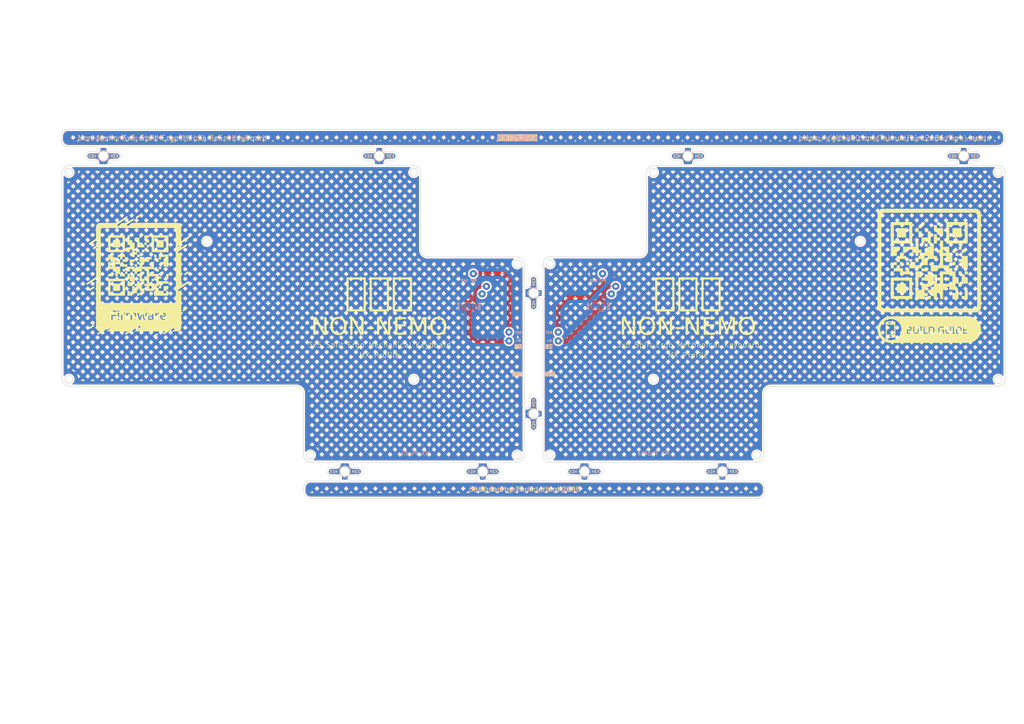
<source format=kicad_pcb>
(kicad_pcb (version 20240108) (generator "pcbnew") (generator_version "8.0")
  (title_block (title "Non Nemo MX Profile Bottom") (date "2025-04-06") (rev "0.2.0") (company "Allen Choi"))
  (layers (0 "F.Cu" signal) (31 "B.Cu" signal) (34 "B.Paste" user) (35 "F.Paste" user) (36 "B.SilkS" user "B.Silkscreen") (37 "F.SilkS" user "F.Silkscreen") (38 "B.Mask" user) (39 "F.Mask" user) (44 "Edge.Cuts" user))
  (net 0 "")
  (net 1 "GND")
  (net 2 "BAT_c")
  (net 3 "BAT_x")
  (net 4 "BAT_xr")
  (net 5 "BAT_cr")
  (net 6 "RST")
  (net 7 "RST_r")
  (net 8 "BAT")
  (net 9 "BAT_r")
  (footprint "TB2086_MISC:Pogopin_1x02_P2.54mm" (layer "F.Cu") (at 147.6 97.6 90)
    (property "Reference" "J5" (hide yes))
    (property "Value" "Conn_01x02")
    (pad "1" thru_hole circle (at -1.27 0 90) (size 2.1 2.1) (drill 0.9) (layers "*.Cu" "*.Mask") (net 8 "BAT"))
    (pad "2" thru_hole circle (at 1.27 0 90) (size 2.1 2.1) (drill 0.9) (layers "*.Cu" "*.Mask") (net 6 "RST"))
  )
  (footprint "mousebites_5p5mm_easysnap" (layer "F.Cu") (at 209.5 139.5 -90)
    (property "Reference" "X3" (hide yes))
    (property "Value" "5.5mm" (hide yes))
    (fp_line (start -1.5 3.9) (end -1.5 2.03) (stroke (width 0.1)) (layer "Edge.Cuts"))
    (fp_line (start -4 2.4) (end -4 3.9) (stroke (width 0.1)) (layer "Edge.Cuts"))
    (fp_line (start -1.5 -2.03) (end -1.5 -3.9) (stroke (width 0.1)) (layer "Edge.Cuts"))
    (fp_line (start -4 -3.9) (end -4 -2.4) (stroke (width 0.1)) (layer "Edge.Cuts"))
    (fp_arc (start -1.5 3.9) (mid -2.75 5.15) (end -4 3.9) (stroke (width 0.1)) (layer "Edge.Cuts"))
    (fp_arc (start -5.5 2.4) (mid -4.75 1.65) (end -4 2.4) (stroke (width 0.1)) (layer "Edge.Cuts"))
    (fp_arc (start -1.5 2.03) (mid -0.75 1.28) (end 0 2.03) (stroke (width 0.1)) (layer "Edge.Cuts"))
    (fp_arc (start 0 -2.03) (mid -0.75 -1.28) (end -1.5 -2.03) (stroke (width 0.1)) (layer "Edge.Cuts"))
    (fp_arc (start -4 -2.4) (mid -4.75 -1.65) (end -5.5 -2.4) (stroke (width 0.1)) (layer "Edge.Cuts"))
    (fp_arc (start -4 -3.9) (mid -2.75 -5.15) (end -1.5 -3.9) (stroke (width 0.1)) (layer "Edge.Cuts"))
    (fp_text user "HEX" (at -2.75 -3.2 180) (layer "B.SilkS") (effects (font (size 0.8 0.8)) (justify mirror)))
    (fp_text user "HEX" (at -2.75 3.2 0) (layer "B.SilkS") (effects (font (size 0.8 0.8)) (justify mirror)))
    (fp_text user "HEX" (at -2.75 3.2 180) (layer "F.SilkS") (effects (font (size 0.8 0.8))))
    (fp_text user "HEX" (at -2.75 -3.2 0) (layer "F.SilkS") (effects (font (size 0.8 0.8))))
    (pad "" np_thru_hole circle (at -5.55 -1.48 90) (size 0.5 0.5) (drill 0.5) (layers "F&B.Cu" "*.Mask"))
    (pad "" np_thru_hole circle (at -5.55 -0.74 90) (size 0.5 0.5) (drill 0.5) (layers "F&B.Cu" "*.Mask"))
    (pad "" np_thru_hole circle (at -5.55 0 90) (size 0.5 0.5) (drill 0.5) (layers "F&B.Cu" "*.Mask"))
    (pad "" np_thru_hole circle (at -5.55 0.74 90) (size 0.5 0.5) (drill 0.5) (layers "F&B.Cu" "*.Mask"))
    (pad "" np_thru_hole circle (at -5.55 1.48 90) (size 0.5 0.5) (drill 0.5) (layers "F&B.Cu" "*.Mask"))
    (pad "" np_thru_hole circle (at -2.75 0 90) (size 2.4 2.4) (drill 2.4) (layers "F&B.Cu" "*.Mask"))
    (pad "" np_thru_hole circle (at 0.05 -1.11 270) (size 0.5 0.5) (drill 0.5) (layers "F&B.Cu" "*.Mask"))
    (pad "" np_thru_hole circle (at 0.05 -0.37 270) (size 0.5 0.5) (drill 0.5) (layers "F&B.Cu" "*.Mask"))
    (pad "" np_thru_hole circle (at 0.05 0.37 270) (size 0.5 0.5) (drill 0.5) (layers "F&B.Cu" "*.Mask"))
    (pad "" np_thru_hole circle (at 0.05 1.11 270) (size 0.5 0.5) (drill 0.5) (layers "F&B.Cu" "*.Mask"))
  )
  (footprint "mousebites_5p5mm_easysnap" (layer "F.Cu") (at 169.5 139.5 -90)
    (property "Reference" "X4" (hide yes))
    (property "Value" "5.5mm" (hide yes))
    (fp_line (start -1.5 3.9) (end -1.5 2.03) (stroke (width 0.1)) (layer "Edge.Cuts"))
    (fp_line (start -4 2.4) (end -4 3.9) (stroke (width 0.1)) (layer "Edge.Cuts"))
    (fp_line (start -1.5 -2.03) (end -1.5 -3.9) (stroke (width 0.1)) (layer "Edge.Cuts"))
    (fp_line (start -4 -3.9) (end -4 -2.4) (stroke (width 0.1)) (layer "Edge.Cuts"))
    (fp_arc (start -1.5 3.9) (mid -2.75 5.15) (end -4 3.9) (stroke (width 0.1)) (layer "Edge.Cuts"))
    (fp_arc (start -5.5 2.4) (mid -4.75 1.65) (end -4 2.4) (stroke (width 0.1)) (layer "Edge.Cuts"))
    (fp_arc (start -1.5 2.03) (mid -0.75 1.28) (end 0 2.03) (stroke (width 0.1)) (layer "Edge.Cuts"))
    (fp_arc (start 0 -2.03) (mid -0.75 -1.28) (end -1.5 -2.03) (stroke (width 0.1)) (layer "Edge.Cuts"))
    (fp_arc (start -4 -2.4) (mid -4.75 -1.65) (end -5.5 -2.4) (stroke (width 0.1)) (layer "Edge.Cuts"))
    (fp_arc (start -4 -3.9) (mid -2.75 -5.15) (end -1.5 -3.9) (stroke (width 0.1)) (layer "Edge.Cuts"))
    (fp_text user "HEX" (at -2.75 -3.2 180) (layer "B.SilkS") (effects (font (size 0.8 0.8)) (justify mirror)))
    (fp_text user "HEX" (at -2.75 3.2 0) (layer "B.SilkS") (effects (font (size 0.8 0.8)) (justify mirror)))
    (fp_text user "HEX" (at -2.75 -3.2 0) (layer "F.SilkS") (effects (font (size 0.8 0.8))))
    (fp_text user "HEX" (at -2.75 3.2 180) (layer "F.SilkS") (effects (font (size 0.8 0.8))))
    (pad "" np_thru_hole circle (at -5.55 -1.48 90) (size 0.5 0.5) (drill 0.5) (layers "F&B.Cu" "*.Mask"))
    (pad "" np_thru_hole circle (at -5.55 -0.74 90) (size 0.5 0.5) (drill 0.5) (layers "F&B.Cu" "*.Mask"))
    (pad "" np_thru_hole circle (at -5.55 0 90) (size 0.5 0.5) (drill 0.5) (layers "F&B.Cu" "*.Mask"))
    (pad "" np_thru_hole circle (at -5.55 0.74 90) (size 0.5 0.5) (drill 0.5) (layers "F&B.Cu" "*.Mask"))
    (pad "" np_thru_hole circle (at -5.55 1.48 90) (size 0.5 0.5) (drill 0.5) (layers "F&B.Cu" "*.Mask"))
    (pad "" np_thru_hole circle (at -2.75 0 90) (size 2.4 2.4) (drill 2.4) (layers "F&B.Cu" "*.Mask"))
    (pad "" np_thru_hole circle (at 0.05 -1.11 270) (size 0.5 0.5) (drill 0.5) (layers "F&B.Cu" "*.Mask"))
    (pad "" np_thru_hole circle (at 0.05 -0.37 270) (size 0.5 0.5) (drill 0.5) (layers "F&B.Cu" "*.Mask"))
    (pad "" np_thru_hole circle (at 0.05 0.37 270) (size 0.5 0.5) (drill 0.5) (layers "F&B.Cu" "*.Mask"))
    (pad "" np_thru_hole circle (at 0.05 1.11 270) (size 0.5 0.5) (drill 0.5) (layers "F&B.Cu" "*.Mask"))
  )
  (footprint "TB2086_MISC:Pogopin_1x02_P2.54mm" (layer "F.Cu") (at 173.5 79.3775)
    (property "Reference" "J4" (hide yes))
    (property "Value" "Conn_01x02")
    (pad "1" thru_hole circle (at -1.27 0) (size 2.1 2.1) (drill 0.9) (layers "*.Cu" "*.Mask") (net 1 "GND"))
    (pad "2" thru_hole circle (at 1.27 0) (size 2.1 2.1) (drill 0.9) (layers "*.Cu" "*.Mask") (net 7 "RST_r"))
  )
  (footprint "mousebites_5p5mm_easysnap" (layer "F.Cu") (at 157.5 85)
    (property "Reference" "X10" (hide yes))
    (property "Value" "5.5mm" (hide yes))
    (fp_line (start -4 -3.9) (end -4 -2.4) (stroke (width 0.1)) (layer "Edge.Cuts"))
    (fp_line (start -4 2.4) (end -4 3.9) (stroke (width 0.1)) (layer "Edge.Cuts"))
    (fp_line (start -1.5 -2.03) (end -1.5 -3.9) (stroke (width 0.1)) (layer "Edge.Cuts"))
    (fp_line (start -1.5 3.9) (end -1.5 2.03) (stroke (width 0.1)) (layer "Edge.Cuts"))
    (fp_arc (start -5.5 2.4) (mid -4.75 1.65) (end -4 2.4) (stroke (width 0.1)) (layer "Edge.Cuts"))
    (fp_arc (start -4 -3.9) (mid -2.75 -5.15) (end -1.5 -3.9) (stroke (width 0.1)) (layer "Edge.Cuts"))
    (fp_arc (start -4 -2.4) (mid -4.75 -1.65) (end -5.5 -2.4) (stroke (width 0.1)) (layer "Edge.Cuts"))
    (fp_arc (start -1.5 2.03) (mid -0.75 1.28) (end 0 2.03) (stroke (width 0.1)) (layer "Edge.Cuts"))
    (fp_arc (start -1.5 3.9) (mid -2.75 5.15) (end -4 3.9) (stroke (width 0.1)) (layer "Edge.Cuts"))
    (fp_arc (start 0 -2.03) (mid -0.75 -1.28) (end -1.5 -2.03) (stroke (width 0.1)) (layer "Edge.Cuts"))
    (fp_text user "HEX" (at -2.75 -3.2 -90) (layer "B.SilkS") (effects (font (size 0.8 0.8)) (justify mirror)))
    (fp_text user "HEX" (at -2.75 3.2 90) (layer "B.SilkS") (effects (font (size 0.8 0.8)) (justify mirror)))
    (fp_text user "HEX" (at -2.75 3.2 -90) (layer "F.SilkS") (effects (font (size 0.8 0.8))))
    (fp_text user "HEX" (at -2.75 -3.2 90) (layer "F.SilkS") (effects (font (size 0.8 0.8))))
    (pad "" np_thru_hole circle (at -5.55 -1.48 180) (size 0.5 0.5) (drill 0.5) (layers "F&B.Cu" "*.Mask"))
    (pad "" np_thru_hole circle (at -5.55 -0.74 180) (size 0.5 0.5) (drill 0.5) (layers "F&B.Cu" "*.Mask"))
    (pad "" np_thru_hole circle (at -5.55 0 180) (size 0.5 0.5) (drill 0.5) (layers "F&B.Cu" "*.Mask"))
    (pad "" np_thru_hole circle (at -5.55 0.74 180) (size 0.5 0.5) (drill 0.5) (layers "F&B.Cu" "*.Mask"))
    (pad "" np_thru_hole circle (at -5.55 1.48 180) (size 0.5 0.5) (drill 0.5) (layers "F&B.Cu" "*.Mask"))
    (pad "" np_thru_hole circle (at -2.75 0 180) (size 2.4 2.4) (drill 2.4) (layers "F&B.Cu" "*.Mask"))
    (pad "" np_thru_hole circle (at 0.05 -1.11) (size 0.5 0.5) (drill 0.5) (layers "F&B.Cu" "*.Mask"))
    (pad "" np_thru_hole circle (at 0.05 -0.37) (size 0.5 0.5) (drill 0.5) (layers "F&B.Cu" "*.Mask"))
    (pad "" np_thru_hole circle (at 0.05 0.37) (size 0.5 0.5) (drill 0.5) (layers "F&B.Cu" "*.Mask"))
    (pad "" np_thru_hole circle (at 0.05 1.11) (size 0.5 0.5) (drill 0.5) (layers "F&B.Cu" "*.Mask"))
  )
  (footprint "mousebites_5p5mm_easysnap" (layer "F.Cu") (at 279.5 42.5 90)
    (property "Reference" "X7" (hide yes))
    (property "Value" "5.5mm" (hide yes))
    (fp_line (start -4 -3.9) (end -4 -2.4) (stroke (width 0.1)) (layer "Edge.Cuts"))
    (fp_line (start -1.5 -2.03) (end -1.5 -3.9) (stroke (width 0.1)) (layer "Edge.Cuts"))
    (fp_line (start -4 2.4) (end -4 3.9) (stroke (width 0.1)) (layer "Edge.Cuts"))
    (fp_line (start -1.5 3.9) (end -1.5 2.03) (stroke (width 0.1)) (layer "Edge.Cuts"))
    (fp_arc (start -4 -3.9) (mid -2.75 -5.15) (end -1.5 -3.9) (stroke (width 0.1)) (layer "Edge.Cuts"))
    (fp_arc (start -4 -2.4) (mid -4.75 -1.65) (end -5.5 -2.4) (stroke (width 0.1)) (layer "Edge.Cuts"))
    (fp_arc (start 0 -2.03) (mid -0.75 -1.28) (end -1.5 -2.03) (stroke (width 0.1)) (layer "Edge.Cuts"))
    (fp_arc (start -1.5 2.03) (mid -0.75 1.28) (end 0 2.03) (stroke (width 0.1)) (layer "Edge.Cuts"))
    (fp_arc (start -5.5 2.4) (mid -4.75 1.65) (end -4 2.4) (stroke (width 0.1)) (layer "Edge.Cuts"))
    (fp_arc (start -1.5 3.9) (mid -2.75 5.15) (end -4 3.9) (stroke (width 0.1)) (layer "Edge.Cuts"))
    (fp_text user "HEX" (at -2.75 -3.2 0) (layer "B.SilkS") (effects (font (size 0.8 0.8)) (justify mirror)))
    (fp_text user "HEX" (at -2.75 3.2 180) (layer "B.SilkS") (effects (font (size 0.8 0.8)) (justify mirror)))
    (fp_text user "HEX" (at -2.75 3.2 0) (layer "F.SilkS") (effects (font (size 0.8 0.8))))
    (fp_text user "HEX" (at -2.75 -3.2 180) (layer "F.SilkS") (effects (font (size 0.8 0.8))))
    (pad "" np_thru_hole circle (at -5.55 -1.48 270) (size 0.5 0.5) (drill 0.5) (layers "F&B.Cu" "*.Mask"))
    (pad "" np_thru_hole circle (at -5.55 -0.74 270) (size 0.5 0.5) (drill 0.5) (layers "F&B.Cu" "*.Mask"))
    (pad "" np_thru_hole circle (at -5.55 0 270) (size 0.5 0.5) (drill 0.5) (layers "F&B.Cu" "*.Mask"))
    (pad "" np_thru_hole circle (at -5.55 0.74 270) (size 0.5 0.5) (drill 0.5) (layers "F&B.Cu" "*.Mask"))
    (pad "" np_thru_hole circle (at -5.55 1.48 270) (size 0.5 0.5) (drill 0.5) (layers "F&B.Cu" "*.Mask"))
    (pad "" np_thru_hole circle (at -2.75 0 270) (size 2.4 2.4) (drill 2.4) (layers "F&B.Cu" "*.Mask"))
    (pad "" np_thru_hole circle (at 0.05 -1.11 90) (size 0.5 0.5) (drill 0.5) (layers "F&B.Cu" "*.Mask"))
    (pad "" np_thru_hole circle (at 0.05 -0.37 90) (size 0.5 0.5) (drill 0.5) (layers "F&B.Cu" "*.Mask"))
    (pad "" np_thru_hole circle (at 0.05 0.37 90) (size 0.5 0.5) (drill 0.5) (layers "F&B.Cu" "*.Mask"))
    (pad "" np_thru_hole circle (at 0.05 1.11 90) (size 0.5 0.5) (drill 0.5) (layers "F&B.Cu" "*.Mask"))
  )
  (footprint "LOGO" (layer "F.Cu") (at 40 80)
    (property "Reference" "G***" (hide yes))
    (property "Value" "LOGO" (hide yes))
  )
  (footprint "mousebites_5p5mm_easysnap" (layer "F.Cu") (at 199.5 42.5 90)
    (property "Reference" "X8" (hide yes))
    (property "Value" "5.5mm" (hide yes))
    (fp_line (start -4 -3.9) (end -4 -2.4) (stroke (width 0.1)) (layer "Edge.Cuts"))
    (fp_line (start -1.5 -2.03) (end -1.5 -3.9) (stroke (width 0.1)) (layer "Edge.Cuts"))
    (fp_line (start -4 2.4) (end -4 3.9) (stroke (width 0.1)) (layer "Edge.Cuts"))
    (fp_line (start -1.5 3.9) (end -1.5 2.03) (stroke (width 0.1)) (layer "Edge.Cuts"))
    (fp_arc (start -4 -3.9) (mid -2.75 -5.15) (end -1.5 -3.9) (stroke (width 0.1)) (layer "Edge.Cuts"))
    (fp_arc (start -4 -2.4) (mid -4.75 -1.65) (end -5.5 -2.4) (stroke (width 0.1)) (layer "Edge.Cuts"))
    (fp_arc (start 0 -2.03) (mid -0.75 -1.28) (end -1.5 -2.03) (stroke (width 0.1)) (layer "Edge.Cuts"))
    (fp_arc (start -1.5 2.03) (mid -0.75 1.28) (end 0 2.03) (stroke (width 0.1)) (layer "Edge.Cuts"))
    (fp_arc (start -5.5 2.4) (mid -4.75 1.65) (end -4 2.4) (stroke (width 0.1)) (layer "Edge.Cuts"))
    (fp_arc (start -1.5 3.9) (mid -2.75 5.15) (end -4 3.9) (stroke (width 0.1)) (layer "Edge.Cuts"))
    (fp_text user "HEX" (at -2.75 -3.2 0) (layer "B.SilkS") (effects (font (size 0.8 0.8)) (justify mirror)))
    (fp_text user "HEX" (at -2.75 3.2 180) (layer "B.SilkS") (effects (font (size 0.8 0.8)) (justify mirror)))
    (fp_text user "HEX" (at -2.75 3.2 0) (layer "F.SilkS") (effects (font (size 0.8 0.8))))
    (fp_text user "HEX" (at -2.75 -3.2 180) (layer "F.SilkS") (effects (font (size 0.8 0.8))))
    (pad "" np_thru_hole circle (at -5.55 -1.48 270) (size 0.5 0.5) (drill 0.5) (layers "F&B.Cu" "*.Mask"))
    (pad "" np_thru_hole circle (at -5.55 -0.74 270) (size 0.5 0.5) (drill 0.5) (layers "F&B.Cu" "*.Mask"))
    (pad "" np_thru_hole circle (at -5.55 0 270) (size 0.5 0.5) (drill 0.5) (layers "F&B.Cu" "*.Mask"))
    (pad "" np_thru_hole circle (at -5.55 0.74 270) (size 0.5 0.5) (drill 0.5) (layers "F&B.Cu" "*.Mask"))
    (pad "" np_thru_hole circle (at -5.55 1.48 270) (size 0.5 0.5) (drill 0.5) (layers "F&B.Cu" "*.Mask"))
    (pad "" np_thru_hole circle (at -2.75 0 270) (size 2.4 2.4) (drill 2.4) (layers "F&B.Cu" "*.Mask"))
    (pad "" np_thru_hole circle (at 0.05 -1.11 90) (size 0.5 0.5) (drill 0.5) (layers "F&B.Cu" "*.Mask"))
    (pad "" np_thru_hole circle (at 0.05 -0.37 90) (size 0.5 0.5) (drill 0.5) (layers "F&B.Cu" "*.Mask"))
    (pad "" np_thru_hole circle (at 0.05 0.37 90) (size 0.5 0.5) (drill 0.5) (layers "F&B.Cu" "*.Mask"))
    (pad "" np_thru_hole circle (at 0.05 1.11 90) (size 0.5 0.5) (drill 0.5) (layers "F&B.Cu" "*.Mask"))
  )
  (footprint "TB2086_MISC:Pogopin_1x02_P2.54mm" (layer "F.Cu") (at 177.945002 84.14 60)
    (property "Reference" "J2" (hide yes))
    (property "Value" "Conn_01x02")
    (pad "1" thru_hole circle (at -1.27 0 60) (size 2.1 2.1) (drill 0.9) (layers "*.Cu" "*.Mask") (net 4 "BAT_xr"))
    (pad "2" thru_hole circle (at 1.27 0 60) (size 2.1 2.1) (drill 0.9) (layers "*.Cu" "*.Mask") (net 5 "BAT_cr"))
  )
  (footprint "TB2086_MISC:SolderJumper-3_P1.3mm_Open_RoundedPad1.0x1.5mm" (layer "F.Cu") (at 136 88.8)
    (property "Reference" "JP1" (hide yes))
    (property "Value" "SolderJumper_3_Open")
    (pad "1" smd custom (at -1.3 0) (size 1 0.5) (layers "B.Cu" "B.Mask") (net 2 "BAT_c") (options (clearance outline) (anchor rect)) (primitives (gr_circle (center 0 0.25) (end -0.5 0.25) (width 0) (fill yes)) (gr_circle (center 0 -0.25) (end -0.5 -0.25) (width 0) (fill yes)) (gr_poly (pts (xy 0 0.75) (xy 0.55 0.75) (xy 0.55 -0.75) (xy 0 -0.75)) (width 0) (fill yes))))
    (pad "2" smd rect (at 0 0) (size 1 1.5) (layers "B.Cu" "B.Mask") (net 8 "BAT"))
    (pad "3" smd custom (at 1.3 0) (size 1 0.5) (layers "B.Cu" "B.Mask") (net 3 "BAT_x") (options (clearance outline) (anchor rect)) (primitives (gr_circle (center 0 0.25) (end -0.5 0.25) (width 0) (fill yes)) (gr_circle (center 0 -0.25) (end -0.5 -0.25) (width 0) (fill yes)) (gr_poly (pts (xy -0.55 0.75) (xy 0 0.75) (xy 0 -0.75) (xy -0.55 -0.75)) (width 0) (fill yes))))
  )
  (footprint "mousebites_5p5mm_easysnap" (layer "F.Cu") (at 30 42.5 90)
    (property "Reference" "X5" (hide yes))
    (property "Value" "5.5mm" (hide yes))
    (fp_line (start -4 -3.9) (end -4 -2.4) (stroke (width 0.1)) (layer "Edge.Cuts"))
    (fp_line (start -1.5 -2.03) (end -1.5 -3.9) (stroke (width 0.1)) (layer "Edge.Cuts"))
    (fp_line (start -4 2.4) (end -4 3.9) (stroke (width 0.1)) (layer "Edge.Cuts"))
    (fp_line (start -1.5 3.9) (end -1.5 2.03) (stroke (width 0.1)) (layer "Edge.Cuts"))
    (fp_arc (start -4 -3.9) (mid -2.75 -5.15) (end -1.5 -3.9) (stroke (width 0.1)) (layer "Edge.Cuts"))
    (fp_arc (start -4 -2.4) (mid -4.75 -1.65) (end -5.5 -2.4) (stroke (width 0.1)) (layer "Edge.Cuts"))
    (fp_arc (start 0 -2.03) (mid -0.75 -1.28) (end -1.5 -2.03) (stroke (width 0.1)) (layer "Edge.Cuts"))
    (fp_arc (start -1.5 2.03) (mid -0.75 1.28) (end 0 2.03) (stroke (width 0.1)) (layer "Edge.Cuts"))
    (fp_arc (start -5.5 2.4) (mid -4.75 1.65) (end -4 2.4) (stroke (width 0.1)) (layer "Edge.Cuts"))
    (fp_arc (start -1.5 3.9) (mid -2.75 5.15) (end -4 3.9) (stroke (width 0.1)) (layer "Edge.Cuts"))
    (fp_text user "HEX" (at -2.75 -3.2 0) (layer "B.SilkS") (effects (font (size 0.8 0.8)) (justify mirror)))
    (fp_text user "HEX" (at -2.75 3.2 180) (layer "B.SilkS") (effects (font (size 0.8 0.8)) (justify mirror)))
    (fp_text user "HEX" (at -2.75 -3.2 180) (layer "F.SilkS") (effects (font (size 0.8 0.8))))
    (fp_text user "HEX" (at -2.75 3.2 0) (layer "F.SilkS") (effects (font (size 0.8 0.8))))
    (pad "" np_thru_hole circle (at -5.55 -1.48 270) (size 0.5 0.5) (drill 0.5) (layers "F&B.Cu" "*.Mask"))
    (pad "" np_thru_hole circle (at -5.55 -0.74 270) (size 0.5 0.5) (drill 0.5) (layers "F&B.Cu" "*.Mask"))
    (pad "" np_thru_hole circle (at -5.55 0 270) (size 0.5 0.5) (drill 0.5) (layers "F&B.Cu" "*.Mask"))
    (pad "" np_thru_hole circle (at -5.55 0.74 270) (size 0.5 0.5) (drill 0.5) (layers "F&B.Cu" "*.Mask"))
    (pad "" np_thru_hole circle (at -5.55 1.48 270) (size 0.5 0.5) (drill 0.5) (layers "F&B.Cu" "*.Mask"))
    (pad "" np_thru_hole circle (at -2.75 0 270) (size 2.4 2.4) (drill 2.4) (layers "F&B.Cu" "*.Mask"))
    (pad "" np_thru_hole circle (at 0.05 -1.11 90) (size 0.5 0.5) (drill 0.5) (layers "F&B.Cu" "*.Mask"))
    (pad "" np_thru_hole circle (at 0.05 -0.37 90) (size 0.5 0.5) (drill 0.5) (layers "F&B.Cu" "*.Mask"))
    (pad "" np_thru_hole circle (at 0.05 0.37 90) (size 0.5 0.5) (drill 0.5) (layers "F&B.Cu" "*.Mask"))
    (pad "" np_thru_hole circle (at 0.05 1.11 90) (size 0.5 0.5) (drill 0.5) (layers "F&B.Cu" "*.Mask"))
  )
  (footprint "LOGO" (layer "F.Cu") (at 269.5 80)
    (property "Reference" "G***" (hide yes))
    (property "Value" "LOGO" (hide yes))
  )
  (footprint "mousebites_5p5mm_easysnap" (layer "F.Cu") (at 100 139.5 -90)
    (property "Reference" "X1" (hide yes))
    (property "Value" "5.5mm" (hide yes))
    (fp_line (start -1.5 3.9) (end -1.5 2.03) (stroke (width 0.1)) (layer "Edge.Cuts"))
    (fp_line (start -4 2.4) (end -4 3.9) (stroke (width 0.1)) (layer "Edge.Cuts"))
    (fp_line (start -1.5 -2.03) (end -1.5 -3.9) (stroke (width 0.1)) (layer "Edge.Cuts"))
    (fp_line (start -4 -3.9) (end -4 -2.4) (stroke (width 0.1)) (layer "Edge.Cuts"))
    (fp_arc (start -1.5 3.9) (mid -2.75 5.15) (end -4 3.9) (stroke (width 0.1)) (layer "Edge.Cuts"))
    (fp_arc (start -5.5 2.4) (mid -4.75 1.65) (end -4 2.4) (stroke (width 0.1)) (layer "Edge.Cuts"))
    (fp_arc (start -1.5 2.03) (mid -0.75 1.28) (end 0 2.03) (stroke (width 0.1)) (layer "Edge.Cuts"))
    (fp_arc (start 0 -2.03) (mid -0.75 -1.28) (end -1.5 -2.03) (stroke (width 0.1)) (layer "Edge.Cuts"))
    (fp_arc (start -4 -2.4) (mid -4.75 -1.65) (end -5.5 -2.4) (stroke (width 0.1)) (layer "Edge.Cuts"))
    (fp_arc (start -4 -3.9) (mid -2.75 -5.15) (end -1.5 -3.9) (stroke (width 0.1)) (layer "Edge.Cuts"))
    (fp_text user "HEX" (at -2.75 -3.2 180) (layer "B.SilkS") (effects (font (size 0.8 0.8)) (justify mirror)))
    (fp_text user "HEX" (at -2.75 3.2 0) (layer "B.SilkS") (effects (font (size 0.8 0.8)) (justify mirror)))
    (fp_text user "HEX" (at -2.75 -3.2 0) (layer "F.SilkS") (effects (font (size 0.8 0.8))))
    (fp_text user "HEX" (at -2.75 3.2 180) (layer "F.SilkS") (effects (font (size 0.8 0.8))))
    (pad "" np_thru_hole circle (at -5.55 -1.48 90) (size 0.5 0.5) (drill 0.5) (layers "F&B.Cu" "*.Mask"))
    (pad "" np_thru_hole circle (at -5.55 -0.74 90) (size 0.5 0.5) (drill 0.5) (layers "F&B.Cu" "*.Mask"))
    (pad "" np_thru_hole circle (at -5.55 0 90) (size 0.5 0.5) (drill 0.5) (layers "F&B.Cu" "*.Mask"))
    (pad "" np_thru_hole circle (at -5.55 0.74 90) (size 0.5 0.5) (drill 0.5) (layers "F&B.Cu" "*.Mask"))
    (pad "" np_thru_hole circle (at -5.55 1.48 90) (size 0.5 0.5) (drill 0.5) (layers "F&B.Cu" "*.Mask"))
    (pad "" np_thru_hole circle (at -2.75 0 90) (size 2.4 2.4) (drill 2.4) (layers "F&B.Cu" "*.Mask"))
    (pad "" np_thru_hole circle (at 0.05 -1.11 270) (size 0.5 0.5) (drill 0.5) (layers "F&B.Cu" "*.Mask"))
    (pad "" np_thru_hole circle (at 0.05 -0.37 270) (size 0.5 0.5) (drill 0.5) (layers "F&B.Cu" "*.Mask"))
    (pad "" np_thru_hole circle (at 0.05 0.37 270) (size 0.5 0.5) (drill 0.5) (layers "F&B.Cu" "*.Mask"))
    (pad "" np_thru_hole circle (at 0.05 1.11 270) (size 0.5 0.5) (drill 0.5) (layers "F&B.Cu" "*.Mask"))
  )
  (footprint "mousebites_5p5mm_easysnap" (layer "F.Cu") (at 110 42.5 90)
    (property "Reference" "X6" (hide yes))
    (property "Value" "5.5mm" (hide yes))
    (fp_line (start -4 -3.9) (end -4 -2.4) (stroke (width 0.1)) (layer "Edge.Cuts"))
    (fp_line (start -1.5 -2.03) (end -1.5 -3.9) (stroke (width 0.1)) (layer "Edge.Cuts"))
    (fp_line (start -4 2.4) (end -4 3.9) (stroke (width 0.1)) (layer "Edge.Cuts"))
    (fp_line (start -1.5 3.9) (end -1.5 2.03) (stroke (width 0.1)) (layer "Edge.Cuts"))
    (fp_arc (start -4 -3.9) (mid -2.75 -5.15) (end -1.5 -3.9) (stroke (width 0.1)) (layer "Edge.Cuts"))
    (fp_arc (start -4 -2.4) (mid -4.75 -1.65) (end -5.5 -2.4) (stroke (width 0.1)) (layer "Edge.Cuts"))
    (fp_arc (start 0 -2.03) (mid -0.75 -1.28) (end -1.5 -2.03) (stroke (width 0.1)) (layer "Edge.Cuts"))
    (fp_arc (start -1.5 2.03) (mid -0.75 1.28) (end 0 2.03) (stroke (width 0.1)) (layer "Edge.Cuts"))
    (fp_arc (start -5.5 2.4) (mid -4.75 1.65) (end -4 2.4) (stroke (width 0.1)) (layer "Edge.Cuts"))
    (fp_arc (start -1.5 3.9) (mid -2.75 5.15) (end -4 3.9) (stroke (width 0.1)) (layer "Edge.Cuts"))
    (fp_text user "HEX" (at -2.75 3.2 180) (layer "B.SilkS") (effects (font (size 0.8 0.8)) (justify mirror)))
    (fp_text user "HEX" (at -2.75 -3.2 0) (layer "B.SilkS") (effects (font (size 0.8 0.8)) (justify mirror)))
    (fp_text user "HEX" (at -2.75 -3.2 180) (layer "F.SilkS") (effects (font (size 0.8 0.8))))
    (fp_text user "HEX" (at -2.75 3.2 0) (layer "F.SilkS") (effects (font (size 0.8 0.8))))
    (pad "" np_thru_hole circle (at -5.55 -1.48 270) (size 0.5 0.5) (drill 0.5) (layers "F&B.Cu" "*.Mask"))
    (pad "" np_thru_hole circle (at -5.55 -0.74 270) (size 0.5 0.5) (drill 0.5) (layers "F&B.Cu" "*.Mask"))
    (pad "" np_thru_hole circle (at -5.55 0 270) (size 0.5 0.5) (drill 0.5) (layers "F&B.Cu" "*.Mask"))
    (pad "" np_thru_hole circle (at -5.55 0.74 270) (size 0.5 0.5) (drill 0.5) (layers "F&B.Cu" "*.Mask"))
    (pad "" np_thru_hole circle (at -5.55 1.48 270) (size 0.5 0.5) (drill 0.5) (layers "F&B.Cu" "*.Mask"))
    (pad "" np_thru_hole circle (at -2.75 0 270) (size 2.4 2.4) (drill 2.4) (layers "F&B.Cu" "*.Mask"))
    (pad "" np_thru_hole circle (at 0.05 -1.11 90) (size 0.5 0.5) (drill 0.5) (layers "F&B.Cu" "*.Mask"))
    (pad "" np_thru_hole circle (at 0.05 -0.37 90) (size 0.5 0.5) (drill 0.5) (layers "F&B.Cu" "*.Mask"))
    (pad "" np_thru_hole circle (at 0.05 0.37 90) (size 0.5 0.5) (drill 0.5) (layers "F&B.Cu" "*.Mask"))
    (pad "" np_thru_hole circle (at 0.05 1.11 90) (size 0.5 0.5) (drill 0.5) (layers "F&B.Cu" "*.Mask"))
  )
  (footprint "TB2086_MISC:Pogopin_1x02_P2.54mm" (layer "F.Cu") (at 136 79.3775)
    (property "Reference" "J3" (hide yes))
    (property "Value" "Conn_01x02")
    (pad "1" thru_hole circle (at -1.27 0) (size 2.1 2.1) (drill 0.9) (layers "*.Cu" "*.Mask") (net 1 "GND"))
    (pad "2" thru_hole circle (at 1.27 0) (size 2.1 2.1) (drill 0.9) (layers "*.Cu" "*.Mask") (net 6 "RST"))
  )
  (footprint "TB2086_MISC:Pogopin_1x02_P2.54mm" (layer "F.Cu") (at 140.445002 84.14 60)
    (property "Reference" "J1" (hide yes))
    (property "Value" "Conn_01x02")
    (pad "1" thru_hole circle (at -1.27 0 60) (size 2.1 2.1) (drill 0.9) (layers "*.Cu" "*.Mask") (net 3 "BAT_x"))
    (pad "2" thru_hole circle (at 1.27 0 60) (size 2.1 2.1) (drill 0.9) (layers "*.Cu" "*.Mask") (net 2 "BAT_c"))
  )
  (footprint "mousebites_5p5mm_easysnap" (layer "F.Cu") (at 140 139.5 -90)
    (property "Reference" "X2" (hide yes))
    (property "Value" "5.5mm" (hide yes))
    (fp_line (start -1.5 3.9) (end -1.5 2.03) (stroke (width 0.1)) (layer "Edge.Cuts"))
    (fp_line (start -4 2.4) (end -4 3.9) (stroke (width 0.1)) (layer "Edge.Cuts"))
    (fp_line (start -1.5 -2.03) (end -1.5 -3.9) (stroke (width 0.1)) (layer "Edge.Cuts"))
    (fp_line (start -4 -3.9) (end -4 -2.4) (stroke (width 0.1)) (layer "Edge.Cuts"))
    (fp_arc (start -1.5 3.9) (mid -2.75 5.15) (end -4 3.9) (stroke (width 0.1)) (layer "Edge.Cuts"))
    (fp_arc (start -5.5 2.4) (mid -4.75 1.65) (end -4 2.4) (stroke (width 0.1)) (layer "Edge.Cuts"))
    (fp_arc (start -1.5 2.03) (mid -0.75 1.28) (end 0 2.03) (stroke (width 0.1)) (layer "Edge.Cuts"))
    (fp_arc (start 0 -2.03) (mid -0.75 -1.28) (end -1.5 -2.03) (stroke (width 0.1)) (layer "Edge.Cuts"))
    (fp_arc (start -4 -2.4) (mid -4.75 -1.65) (end -5.5 -2.4) (stroke (width 0.1)) (layer "Edge.Cuts"))
    (fp_arc (start -4 -3.9) (mid -2.75 -5.15) (end -1.5 -3.9) (stroke (width 0.1)) (layer "Edge.Cuts"))
    (fp_text user "HEX" (at -2.75 -3.2 180) (layer "B.SilkS") (effects (font (size 0.8 0.8)) (justify mirror)))
    (fp_text user "HEX" (at -2.75 3.2 0) (layer "B.SilkS") (effects (font (size 0.8 0.8)) (justify mirror)))
    (fp_text user "HEX" (at -2.75 -3.2 0) (layer "F.SilkS") (effects (font (size 0.8 0.8))))
    (fp_text user "HEX" (at -2.75 3.2 180) (layer "F.SilkS") (effects (font (size 0.8 0.8))))
    (pad "" np_thru_hole circle (at -5.55 -1.48 90) (size 0.5 0.5) (drill 0.5) (layers "F&B.Cu" "*.Mask"))
    (pad "" np_thru_hole circle (at -5.55 -0.74 90) (size 0.5 0.5) (drill 0.5) (layers "F&B.Cu" "*.Mask"))
    (pad "" np_thru_hole circle (at -5.55 0 90) (size 0.5 0.5) (drill 0.5) (layers "F&B.Cu" "*.Mask"))
    (pad "" np_thru_hole circle (at -5.55 0.74 90) (size 0.5 0.5) (drill 0.5) (layers "F&B.Cu" "*.Mask"))
    (pad "" np_thru_hole circle (at -5.55 1.48 90) (size 0.5 0.5) (drill 0.5) (layers "F&B.Cu" "*.Mask"))
    (pad "" np_thru_hole circle (at -2.75 0 90) (size 2.4 2.4) (drill 2.4) (layers "F&B.Cu" "*.Mask"))
    (pad "" np_thru_hole circle (at 0.05 -1.11 270) (size 0.5 0.5) (drill 0.5) (layers "F&B.Cu" "*.Mask"))
    (pad "" np_thru_hole circle (at 0.05 -0.37 270) (size 0.5 0.5) (drill 0.5) (layers "F&B.Cu" "*.Mask"))
    (pad "" np_thru_hole circle (at 0.05 0.37 270) (size 0.5 0.5) (drill 0.5) (layers "F&B.Cu" "*.Mask"))
    (pad "" np_thru_hole circle (at 0.05 1.11 270) (size 0.5 0.5) (drill 0.5) (layers "F&B.Cu" "*.Mask"))
  )
  (footprint "TB2086_MISC:Pogopin_1x02_P2.54mm" (layer "F.Cu") (at 161.9 97.6 90)
    (property "Reference" "J6" (hide yes))
    (property "Value" "Conn_01x02")
    (pad "1" thru_hole circle (at -1.27 0 90) (size 2.1 2.1) (drill 0.9) (layers "*.Cu" "*.Mask") (net 9 "BAT_r"))
    (pad "2" thru_hole circle (at 1.27 0 90) (size 2.1 2.1) (drill 0.9) (layers "*.Cu" "*.Mask") (net 7 "RST_r"))
  )
  (footprint "mousebites_5p5mm_easysnap" (layer "F.Cu") (at 157.5 120)
    (property "Reference" "X9" (hide yes))
    (property "Value" "5.5mm" (hide yes))
    (fp_line (start -4 -3.9) (end -4 -2.4) (stroke (width 0.1)) (layer "Edge.Cuts"))
    (fp_line (start -4 2.4) (end -4 3.9) (stroke (width 0.1)) (layer "Edge.Cuts"))
    (fp_line (start -1.5 -2.03) (end -1.5 -3.9) (stroke (width 0.1)) (layer "Edge.Cuts"))
    (fp_line (start -1.5 3.9) (end -1.5 2.03) (stroke (width 0.1)) (layer "Edge.Cuts"))
    (fp_arc (start -5.5 2.4) (mid -4.75 1.65) (end -4 2.4) (stroke (width 0.1)) (layer "Edge.Cuts"))
    (fp_arc (start -4 -3.9) (mid -2.75 -5.15) (end -1.5 -3.9) (stroke (width 0.1)) (layer "Edge.Cuts"))
    (fp_arc (start -4 -2.4) (mid -4.75 -1.65) (end -5.5 -2.4) (stroke (width 0.1)) (layer "Edge.Cuts"))
    (fp_arc (start -1.5 2.03) (mid -0.75 1.28) (end 0 2.03) (stroke (width 0.1)) (layer "Edge.Cuts"))
    (fp_arc (start -1.5 3.9) (mid -2.75 5.15) (end -4 3.9) (stroke (width 0.1)) (layer "Edge.Cuts"))
    (fp_arc (start 0 -2.03) (mid -0.75 -1.28) (end -1.5 -2.03) (stroke (width 0.1)) (layer "Edge.Cuts"))
    (fp_text user "HEX" (at -2.75 -3.2 -90) (layer "B.SilkS") (effects (font (size 0.8 0.8)) (justify mirror)))
    (fp_text user "HEX" (at -2.75 3.2 90) (layer "B.SilkS") (effects (font (size 0.8 0.8)) (justify mirror)))
    (fp_text user "HEX" (at -2.75 3.2 -90) (layer "F.SilkS") (effects (font (size 0.8 0.8))))
    (fp_text user "HEX" (at -2.75 -3.2 90) (layer "F.SilkS") (effects (font (size 0.8 0.8))))
    (pad "" np_thru_hole circle (at -5.55 -1.48 180) (size 0.5 0.5) (drill 0.5) (layers "F&B.Cu" "*.Mask"))
    (pad "" np_thru_hole circle (at -5.55 -0.74 180) (size 0.5 0.5) (drill 0.5) (layers "F&B.Cu" "*.Mask"))
    (pad "" np_thru_hole circle (at -5.55 0 180) (size 0.5 0.5) (drill 0.5) (layers "F&B.Cu" "*.Mask"))
    (pad "" np_thru_hole circle (at -5.55 0.74 180) (size 0.5 0.5) (drill 0.5) (layers "F&B.Cu" "*.Mask"))
    (pad "" np_thru_hole circle (at -5.55 1.48 180) (size 0.5 0.5) (drill 0.5) (layers "F&B.Cu" "*.Mask"))
    (pad "" np_thru_hole circle (at -2.75 0 180) (size 2.4 2.4) (drill 2.4) (layers "F&B.Cu" "*.Mask"))
    (pad "" np_thru_hole circle (at 0.05 -1.11) (size 0.5 0.5) (drill 0.5) (layers "F&B.Cu" "*.Mask"))
    (pad "" np_thru_hole circle (at 0.05 -0.37) (size 0.5 0.5) (drill 0.5) (layers "F&B.Cu" "*.Mask"))
    (pad "" np_thru_hole circle (at 0.05 0.37) (size 0.5 0.5) (drill 0.5) (layers "F&B.Cu" "*.Mask"))
    (pad "" np_thru_hole circle (at 0.05 1.11) (size 0.5 0.5) (drill 0.5) (layers "F&B.Cu" "*.Mask"))
  )
  (footprint "TB2086_MISC:SolderJumper-3_P1.3mm_Open_RoundedPad1.0x1.5mm" (layer "F.Cu") (at 173.5 88.8)
    (property "Reference" "JP2" (hide yes))
    (property "Value" "SolderJumper_3_Open")
    (pad "1" smd custom (at -1.3 0) (size 1 0.5) (layers "B.Cu" "B.Mask") (net 5 "BAT_cr") (options (clearance outline) (anchor rect)) (primitives (gr_circle (center 0 0.25) (end -0.5 0.25) (width 0) (fill yes)) (gr_circle (center 0 -0.25) (end -0.5 -0.25) (width 0) (fill yes)) (gr_poly (pts (xy 0 0.75) (xy 0.55 0.75) (xy 0.55 -0.75) (xy 0 -0.75)) (width 0) (fill yes))))
    (pad "2" smd rect (at 0 0) (size 1 1.5) (layers "B.Cu" "B.Mask") (net 9 "BAT_r"))
    (pad "3" smd custom (at 1.3 0) (size 1 0.5) (layers "B.Cu" "B.Mask") (net 4 "BAT_xr") (options (clearance outline) (anchor rect)) (primitives (gr_circle (center 0 0.25) (end -0.5 0.25) (width 0) (fill yes)) (gr_circle (center 0 -0.25) (end -0.5 -0.25) (width 0) (fill yes)) (gr_poly (pts (xy -0.55 0.75) (xy 0 0.75) (xy 0 -0.75) (xy -0.55 -0.75)) (width 0) (fill yes))))
  )
  (gr_arc (start 291.4 40.5) (mid 290.814214 41.914214) (end 289.4 42.5) (stroke (width 0.15)) (layer "Edge.Cuts"))
  (gr_line (start 17.8 39.5) (end 17.8 40.5) (stroke (width 0.15)) (layer "Edge.Cuts"))
  (gr_line (start 223.5 112) (end 289.5 112) (stroke (width 0.15)) (layer "Edge.Cuts"))
  (gr_line (start 201.9 48) (end 277.1 48) (stroke (width 0.15)) (layer "Edge.Cuts"))
  (gr_line (start 289.4 37.5) (end 19.8 37.5) (stroke (width 0.15)) (layer "Edge.Cuts"))
  (gr_arc (start 90.133 144.5) (mid 88.718786 143.914214) (end 88.133 142.5) (stroke (width 0.15)) (layer "Edge.Cuts"))
  (gr_line (start 171.53 139.5) (end 207.47 139.5) (stroke (width 0.15)) (layer "Edge.Cuts"))
  (gr_line (start 90.133 139.5) (end 97.97 139.5) (stroke (width 0.15)) (layer "Edge.Cuts"))
  (gr_line (start 157.5 117.97) (end 157.5 87.03) (stroke (width 0.15)) (layer "Edge.Cuts"))
  (gr_circle (center 189.5 110) (end 190.65 110) (stroke (width 0.15)) (fill none) (layer "Edge.Cuts"))
  (gr_circle (center 60 70) (end 61.15 70) (stroke (width 0.15)) (fill none) (layer "Edge.Cuts"))
  (gr_line (start 19.8 42.5) (end 27.97 42.5) (stroke (width 0.15)) (layer "Edge.Cuts"))
  (gr_arc (start 219.733 139.5) (mid 221.147214 140.085786) (end 221.733 141.5) (stroke (width 0.15)) (layer "Edge.Cuts"))
  (gr_line (start 20 112) (end 86 112) (stroke (width 0.15)) (layer "Edge.Cuts"))
  (gr_arc (start 17.8 39.5) (mid 18.385786 38.085786) (end 19.8 37.5) (stroke (width 0.15)) (layer "Edge.Cuts"))
  (gr_line (start 211.9 134) (end 219.5 134) (stroke (width 0.15)) (layer "Edge.Cuts"))
  (gr_arc (start 289.5 48) (mid 290.914214 48.585786) (end 291.5 50) (stroke (width 0.15)) (layer "Edge.Cuts"))
  (gr_line (start 142.4 134) (end 150 134) (stroke (width 0.15)) (layer "Edge.Cuts"))
  (gr_arc (start 86 112) (mid 87.414214 112.585786) (end 88 114) (stroke (width 0.15)) (layer "Edge.Cuts"))
  (gr_arc (start 187.5 72.5) (mid 186.914214 73.914214) (end 185.5 74.5) (stroke (width 0.15)) (layer "Edge.Cuts"))
  (gr_arc (start 19.8 42.5) (mid 18.385786 41.914214) (end 17.8 40.5) (stroke (width 0.15)) (layer "Edge.Cuts"))
  (gr_arc (start 221.5 114) (mid 222.085786 112.585786) (end 223.5 112) (stroke (width 0.15)) (layer "Edge.Cuts"))
  (gr_arc (start 291.5 110) (mid 290.914214 111.414214) (end 289.5 112) (stroke (width 0.15)) (layer "Edge.Cuts"))
  (gr_circle (center 159.5 132) (end 160.65 132) (stroke (width 0.15)) (fill none) (layer "Edge.Cuts"))
  (gr_circle (center 150 132) (end 151.15 132) (stroke (width 0.15)) (fill none) (layer "Edge.Cuts"))
  (gr_circle (center 150 76.5) (end 151.15 76.5) (stroke (width 0.15)) (fill none) (layer "Edge.Cuts"))
  (gr_line (start 171.9 134) (end 207.1 134) (stroke (width 0.15)) (layer "Edge.Cuts"))
  (gr_line (start 102.4 134) (end 137.6 134) (stroke (width 0.15)) (layer "Edge.Cuts"))
  (gr_arc (start 88.133 141.5) (mid 88.718786 140.085786) (end 90.133 139.5) (stroke (width 0.15)) (layer "Edge.Cuts"))
  (gr_line (start 167.1 134) (end 159.5 134) (stroke (width 0.15)) (layer "Edge.Cuts"))
  (gr_line (start 277.47 42.5) (end 201.53 42.5) (stroke (width 0.15)) (layer "Edge.Cuts"))
  (gr_line (start 120 48) (end 112.4 48) (stroke (width 0.15)) (layer "Edge.Cuts"))
  (gr_arc (start 289.4 37.5) (mid 290.814214 38.085786) (end 291.4 39.5) (stroke (width 0.15)) (layer "Edge.Cuts"))
  (gr_line (start 152 117.6) (end 152 87.4) (stroke (width 0.15)) (layer "Edge.Cuts"))
  (gr_line (start 122 72.5) (end 122 50) (stroke (width 0.15)) (layer "Edge.Cuts"))
  (gr_circle (center 219.5 132) (end 220.65 132) (stroke (width 0.15)) (fill none) (layer "Edge.Cuts"))
  (gr_line (start 289.4 42.5) (end 281.53 42.5) (stroke (width 0.15)) (layer "Edge.Cuts"))
  (gr_arc (start 157.5 76.5) (mid 158.085786 75.085786) (end 159.5 74.5) (stroke (width 0.15)) (layer "Edge.Cuts"))
  (gr_arc (start 221.5 132) (mid 220.914214 133.414214) (end 219.5 134) (stroke (width 0.15)) (layer "Edge.Cuts"))
  (gr_line (start 187.5 72.5) (end 187.5 50) (stroke (width 0.15)) (layer "Edge.Cuts"))
  (gr_circle (center 120 110) (end 121.15 110) (stroke (width 0.15)) (fill none) (layer "Edge.Cuts"))
  (gr_circle (center 289.5 110) (end 290.65 110) (stroke (width 0.15)) (fill none) (layer "Edge.Cuts"))
  (gr_arc (start 187.5 50) (mid 188.085786 48.585786) (end 189.5 48) (stroke (width 0.15)) (layer "Edge.Cuts"))
  (gr_line (start 102.03 139.5) (end 137.97 139.5) (stroke (width 0.15)) (layer "Edge.Cuts"))
  (gr_line (start 107.6 48) (end 32.4 48) (stroke (width 0.15)) (layer "Edge.Cuts"))
  (gr_line (start 221.5 132) (end 221.5 114) (stroke (width 0.15)) (layer "Edge.Cuts"))
  (gr_circle (center 20 110) (end 21.15 110) (stroke (width 0.15)) (fill none) (layer "Edge.Cuts"))
  (gr_line (start 150 74.5) (end 124 74.5) (stroke (width 0.15)) (layer "Edge.Cuts"))
  (gr_line (start 221.733 142.5) (end 221.733 141.5) (stroke (width 0.15)) (layer "Edge.Cuts"))
  (gr_line (start 20 48) (end 27.6 48) (stroke (width 0.15)) (layer "Edge.Cuts"))
  (gr_circle (center 189.5 50) (end 190.65 50) (stroke (width 0.15)) (fill none) (layer "Edge.Cuts"))
  (gr_line (start 197.47 42.5) (end 112.03 42.5) (stroke (width 0.15)) (layer "Edge.Cuts"))
  (gr_arc (start 124 74.5) (mid 122.585786 73.914214) (end 122 72.5) (stroke (width 0.15)) (layer "Edge.Cuts"))
  (gr_line (start 219.733 139.5) (end 211.53 139.5) (stroke (width 0.15)) (layer "Edge.Cuts"))
  (gr_arc (start 221.733 142.5) (mid 221.147214 143.914214) (end 219.733 144.5) (stroke (width 0.15)) (layer "Edge.Cuts"))
  (gr_line (start 152 82.6) (end 152 76.5) (stroke (width 0.15)) (layer "Edge.Cuts"))
  (gr_line (start 32.03 42.5) (end 107.97 42.5) (stroke (width 0.15)) (layer "Edge.Cuts"))
  (gr_arc (start 152 132) (mid 151.414214 133.414214) (end 150 134) (stroke (width 0.15)) (layer "Edge.Cuts"))
  (gr_line (start 90 134) (end 97.6 134) (stroke (width 0.15)) (layer "Edge.Cuts"))
  (gr_line (start 18 110) (end 18 50) (stroke (width 0.15)) (layer "Edge.Cuts"))
  (gr_line (start 281.9 48) (end 289.5 48) (stroke (width 0.15)) (layer "Edge.Cuts"))
  (gr_line (start 185.5 74.5) (end 159.5 74.5) (stroke (width 0.15)) (layer "Edge.Cuts"))
  (gr_line (start 157.5 132) (end 157.5 122.03) (stroke (width 0.15)) (layer "Edge.Cuts"))
  (gr_line (start 157.5 82.97) (end 157.5 76.5) (stroke (width 0.15)) (layer "Edge.Cuts"))
  (gr_circle (center 159.5 76.5) (end 160.65 76.5) (stroke (width 0.15)) (fill none) (layer "Edge.Cuts"))
  (gr_line (start 88 114) (end 88 132) (stroke (width 0.15)) (layer "Edge.Cuts"))
  (gr_line (start 88.133 141.5) (end 88.133 142.5) (stroke (width 0.15)) (layer "Edge.Cuts"))
  (gr_arc (start 20 112) (mid 18.585786 111.414214) (end 18 110) (stroke (width 0.15)) (layer "Edge.Cuts"))
  (gr_arc (start 18 50) (mid 18.585786 48.585786) (end 20 48) (stroke (width 0.15)) (layer "Edge.Cuts"))
  (gr_line (start 197.1 48) (end 189.5 48) (stroke (width 0.15)) (layer "Edge.Cuts"))
  (gr_circle (center 249.5 70) (end 250.65 70) (stroke (width 0.15)) (fill none) (layer "Edge.Cuts"))
  (gr_line (start 291.5 110) (end 291.5 50) (stroke (width 0.15)) (layer "Edge.Cuts"))
  (gr_circle (center 90 132) (end 91.15 132) (stroke (width 0.15)) (fill none) (layer "Edge.Cuts"))
  (gr_circle (center 289.5 50) (end 290.65 50) (stroke (width 0.15)) (fill none) (layer "Edge.Cuts"))
  (gr_line (start 142.03 139.5) (end 167.47 139.5) (stroke (width 0.15)) (layer "Edge.Cuts"))
  (gr_line (start 291.4 40.5) (end 291.4 39.5) (stroke (width 0.15)) (layer "Edge.Cuts"))
  (gr_circle (center 20 50) (end 21.15 50) (stroke (width 0.15)) (fill none) (layer "Edge.Cuts"))
  (gr_arc (start 159.5 134) (mid 158.085786 133.414214) (end 157.5 132) (stroke (width 0.15)) (layer "Edge.Cuts"))
  (gr_arc (start 90 134) (mid 88.585786 133.414214) (end 88 132) (stroke (width 0.15)) (layer "Edge.Cuts"))
  (gr_line (start 90.133 144.5) (end 219.733 144.5) (stroke (width 0.15)) (layer "Edge.Cuts"))
  (gr_arc (start 150 74.5) (mid 151.414214 75.085786) (end 152 76.5) (stroke (width 0.15)) (layer "Edge.Cuts"))
  (gr_circle (center 120 50) (end 121.15 50) (stroke (width 0.15)) (fill none) (layer "Edge.Cuts"))
  (gr_arc (start 120 48) (mid 121.414214 48.585786) (end 122 50) (stroke (width 0.15)) (layer "Edge.Cuts"))
  (gr_line (start 152 132) (end 152 122.4) (stroke (width 0.15)) (layer "Edge.Cuts"))
  (gr_text "XIAO" (at 176.5 88.8 -90) (layer "B.SilkS") (effects (font (size 0.7 0.7)) (justify mirror)))
  (gr_text "MX Profile" (at 150 40 0) (layer "B.SilkS" knockout) (effects (font (size 1.5 1.5)) (justify mirror)))
  (gr_text "OFF" (at 150 108.5 0) (layer "B.SilkS" knockout) (effects (font (size 1 1)) (justify mirror)))
  (gr_text "XIAO" (at 139 88.8 90) (layer "B.SilkS") (effects (font (size 0.7 0.7)) (justify mirror)))
  (gr_text "ON" (at 150.3 100.5 0) (layer "B.SilkS" knockout) (effects (font (size 1 1)) (justify mirror)))
  (gr_text "MINI" (at 170.5 88.8 -90) (layer "B.SilkS") (effects (font (size 0.7 0.7)) (justify mirror)))
  (gr_text "https://github.com/Thunderbird2086/non-nemo" (at 259.5 40 0) (layer "B.SilkS") (effects (font (size 1.5 1.5)) (justify mirror)))
  (gr_text "OFF" (at 159.5 108.5 0) (layer "B.SilkS" knockout) (effects (font (size 1 1)) (justify mirror)))
  (gr_text "MX Profile" (at 120 131.5 0) (layer "B.SilkS") (effects (font (size 1.2 1.2)) (justify mirror)))
  (gr_text "RST" (at 137.3 81.3775 0) (layer "B.SilkS") (effects (font (size 0.7 0.7)) (justify mirror)))
  (gr_text "MINI" (at 133 88.8 90) (layer "B.SilkS") (effects (font (size 0.7 0.7)) (justify mirror)))
  (gr_text "ON" (at 159.2 100.5 0) (layer "B.SilkS" knockout) (effects (font (size 1 1)) (justify mirror)))
  (gr_text "GND" (at 172.2 81.3775 0) (layer "B.SilkS") (effects (font (size 0.7 0.7)) (justify mirror)))
  (gr_text "MX Profile" (at 189.5 131.5 0) (layer "B.SilkS") (effects (font (size 1.2 1.2)) (justify mirror)))
  (gr_text "GND" (at 134.7 81.3775 0) (layer "B.SilkS") (effects (font (size 0.7 0.7)) (justify mirror)))
  (gr_text "B+" (at 159.2 98.8 0) (layer "B.SilkS") (effects (font (size 0.7 0.7)) (justify mirror)))
  (gr_text "designed by Thunderbird 2086" (at 152.15 142 0) (layer "B.SilkS") (effects (font (size 1.5 1.5)) (justify mirror)))
  (gr_text "RST" (at 150.3 96.5 0) (layer "B.SilkS") (effects (font (size 0.7 0.7)) (justify mirror)))
  (gr_text "Non Nemo 3x5 Split Ergo Mechanican Keyboard" (at 50 40 0) (layer "B.SilkS") (effects (font (size 1.5 1.5)) (justify mirror)))
  (gr_text "B+" (at 150.3 98.8 0) (layer "B.SilkS") (effects (font (size 0.7 0.7)) (justify mirror)))
  (gr_text "RST" (at 174.8 81.3775 0) (layer "B.SilkS") (effects (font (size 0.7 0.7)) (justify mirror)))
  (gr_text "RST" (at 159.2 96.5 0) (layer "B.SilkS") (effects (font (size 0.7 0.7)) (justify mirror)))
  (gr_text "난네모" (at 110 85 0) (layer "F.SilkS") (effects (font (size 8 8))))
  (gr_text "https://github.com/Thunderbird2086/non-nemo" (at 259.5 40 0) (layer "F.SilkS") (effects (font (size 1.5 1.5))))
  (gr_text "난네모" (at 199.5 85 0) (layer "F.SilkS") (effects (font (size 8 8))))
  (gr_text "3x5 Split Ergo Mechanical Keyboard" (at 199.5 100 0) (layer "F.SilkS") (effects (font (size 1.5 1.5))))
  (gr_text "Non Nemo 3x5 Split Ergo Mechanican Keyboard" (at 50 40 0) (layer "F.SilkS") (effects (font (size 1.5 1.5))))
  (gr_text "ON" (at 150.3 100.5 0) (layer "F.SilkS" knockout) (effects (font (size 1 1))))
  (gr_text "MX Profile" (at 150 40 0) (layer "F.SilkS" knockout) (effects (font (size 1.5 1.5))))
  (gr_text "ON" (at 159.2 100.5 0) (layer "F.SilkS" knockout) (effects (font (size 1 1))))
  (gr_text "NON-NEMO" (at 199.5 95 0) (layer "F.SilkS") (effects (font (size 5 5))))
  (gr_text "OFF" (at 159.5 108.5 0) (layer "F.SilkS" knockout) (effects (font (size 1 1))))
  (gr_text "designed by Thunderbird 2086" (at 152.15 142 0) (layer "F.SilkS") (effects (font (size 1.5 1.5))))
  (gr_text "3x5 Split Ergo Mechanical Keyboard" (at 110 100 0) (layer "F.SilkS") (effects (font (size 1.5 1.5))))
  (gr_text "MX Profile" (at 110 103 0) (layer "F.SilkS") (effects (font (size 1.5 1.5))))
  (gr_text "NON-NEMO" (at 110 95 0) (layer "F.SilkS") (effects (font (size 5 5))))
  (gr_text "OFF" (at 150 108.5 0) (layer "F.SilkS" knockout) (effects (font (size 1 1))))
  (gr_text "MX Profile" (at 199.5 103 0) (layer "F.SilkS") (effects (font (size 1.5 1.5))))
  (segment (start 136.9 87.025) (end 136.65 87.275) (width 0.2) (layer "B.Cu") (net 2))
  (segment (start 134.7 88.25) (end 134.7 88.8) (width 0.2) (layer "B.Cu") (net 2))
  (segment (start 136.65 87.275) (end 135.675 87.275) (width 0.2) (layer "B.Cu") (net 2))
  (segment (start 139.595078 83.040148) (end 136.9 85.735226) (width 0.2) (layer "B.Cu") (net 2))
  (segment (start 136.9 85.735226) (end 136.9 87.025) (width 0.2) (layer "B.Cu") (net 2))
  (segment (start 141.080002 83.040148) (end 139.595078 83.040148) (width 0.2) (layer "B.Cu") (net 2))
  (segment (start 135.675 87.275) (end 134.7 88.25) (width 0.2) (layer "B.Cu") (net 2))
  (segment (start 139.810002 85.239852) (end 137.96106 85.239852) (width 0.2) (layer "B.Cu") (net 3))
  (segment (start 137.3 85.900912) (end 137.3 88.8) (width 0.2) (layer "B.Cu") (net 3))
  (segment (start 137.96106 85.239852) (end 137.3 85.900912) (width 0.2) (layer "B.Cu") (net 3))
  (segment (start 177.310002 85.239852) (end 175.46106 85.239852) (width 0.2) (layer "B.Cu") (net 4))
  (segment (start 175.46106 85.239852) (end 174.8 85.900912) (width 0.2) (layer "B.Cu") (net 4))
  (segment (start 174.8 85.900912) (end 174.8 88.8) (width 0.2) (layer "B.Cu") (net 4))
  (segment (start 173.175 87.275) (end 172.2 88.25) (width 0.2) (layer "B.Cu") (net 5))
  (segment (start 172.2 88.25) (end 172.2 88.8) (width 0.2) (layer "B.Cu") (net 5))
  (segment (start 174.4 85.735226) (end 174.4 87.025) (width 0.2) (layer "B.Cu") (net 5))
  (segment (start 177.095078 83.040148) (end 174.4 85.735226) (width 0.2) (layer "B.Cu") (net 5))
  (segment (start 174.4 87.025) (end 174.15 87.275) (width 0.2) (layer "B.Cu") (net 5))
  (segment (start 178.580002 83.040148) (end 177.095078 83.040148) (width 0.2) (layer "B.Cu") (net 5))
  (segment (start 174.15 87.275) (end 173.175 87.275) (width 0.2) (layer "B.Cu") (net 5))
  (segment (start 147.6 81.05) (end 147.6 96.33) (width 0.2) (layer "B.Cu") (net 6))
  (segment (start 145.9275 79.3775) (end 147.6 81.05) (width 0.2) (layer "B.Cu") (net 6))
  (segment (start 137.27 79.3775) (end 145.9275 79.3775) (width 0.2) (layer "B.Cu") (net 6))
  (segment (start 161.9 89.125) (end 161.9 96.33) (width 0.2) (layer "B.Cu") (net 7))
  (segment (start 170.4 86.3) (end 164.725 86.3) (width 0.2) (layer "B.Cu") (net 7))
  (segment (start 174.77 81.93) (end 170.4 86.3) (width 0.2) (layer "B.Cu") (net 7))
  (segment (start 174.77 79.3775) (end 174.77 81.93) (width 0.2) (layer "B.Cu") (net 7))
  (segment (start 164.725 86.3) (end 161.9 89.125) (width 0.2) (layer "B.Cu") (net 7))
  (segment (start 137.47 98.87) (end 147.6 98.87) (width 0.2) (layer "B.Cu") (net 8))
  (segment (start 136 97.4) (end 137.47 98.87) (width 0.2) (layer "B.Cu") (net 8))
  (segment (start 136 88.8) (end 136 97.4) (width 0.2) (layer "B.Cu") (net 8))
  (segment (start 164.38 98.87) (end 173.5 89.75) (width 0.2) (layer "B.Cu") (net 9))
  (segment (start 161.9 98.87) (end 164.38 98.87) (width 0.2) (layer "B.Cu") (net 9))
  (segment (start 173.5 89.75) (end 173.5 88.8) (width 0.2) (layer "B.Cu") (net 9))
  (zone (net 1) (net_name "GND") (layers "F&B.Cu") (connect_pads (clearance 0.508)) (min_thickness 0.25) (fill yes (mode hatch) (thermal_gap 0.5) (thermal_bridge_width 0.5) (smoothing chamfer) (radius 0.5) (island_removal_mode 1) (island_area_min 5) (hatch_thickness 1) (hatch_gap 1) (hatch_orientation 45) (hatch_border_algorithm hatch_thickness) (hatch_min_hole_area 0.3))
    (polygon (pts (xy 0 0) (xy 297 0) (xy 297 210) (xy 0 210)))
  )
)
</source>
